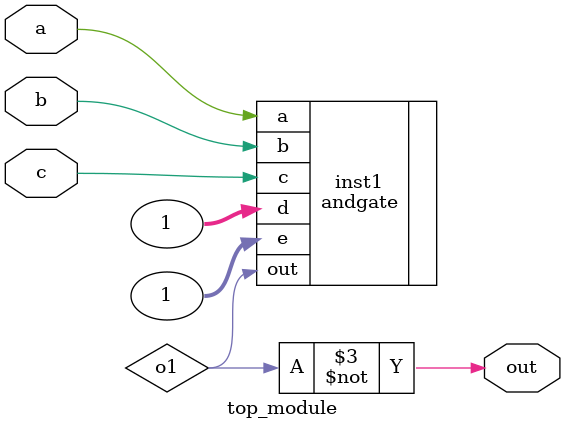
<source format=v>
module top_module (input a, input b, input c, output out);//
	
    reg o1;
    andgate inst1 (.a(a) ,.b(b) , .c(c) , .d(1) ,.e(1) , .out(o1));
    assign out = ~o1;
    
endmodule

</source>
